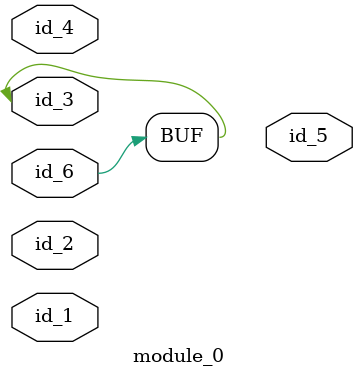
<source format=v>
module module_0 (
    id_1,
    id_2,
    id_3,
    id_4,
    id_5,
    id_6
);
  input id_6;
  output id_5;
  input id_4;
  inout id_3;
  input id_2;
  input id_1;
  initial begin
    id_3[1'b0] <= id_6;
  end
endmodule

</source>
